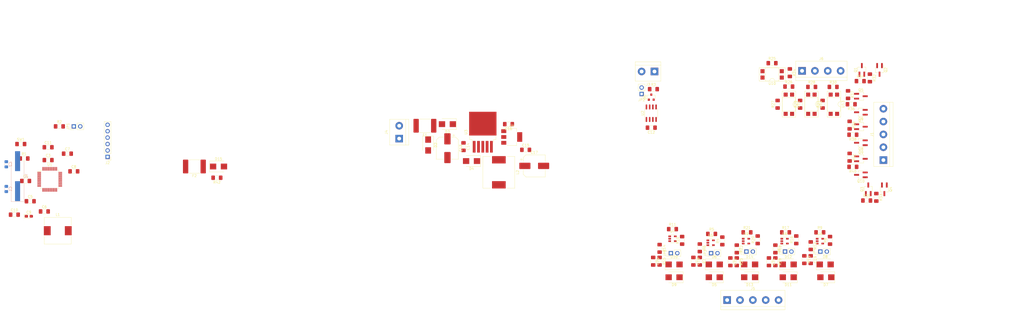
<source format=kicad_pcb>
(kicad_pcb (version 20171130) (host pcbnew "(5.1.6)-1")
  (layers (0 F.Cu signal) (31 B.Cu signal) (34 B.Paste user) (35 F.Paste user) (36 B.SilkS user) (37 F.SilkS user) (38 B.Mask user) (39 F.Mask user) (44 Edge.Cuts user))
  (net 0 "")
  (net 1 GND)
  (net 2 "Net-(C1-Pad1)")
  (net 3 "Net-(C2-Pad2)")
  (net 4 NRST)
  (net 5 "Net-(C4-Pad1)")
  (net 6 +3V3)
  (net 7 +5V)
  (net 8 "Net-(C13-Pad1)")
  (net 9 ADC_3)
  (net 10 ADC_0)
  (net 11 ADC_4)
  (net 12 ADC_1)
  (net 13 ADC_2)
  (net 14 "Net-(D2-Pad1)")
  (net 15 "Net-(D4-Pad1)")
  (net 16 ADC_IN3)
  (net 17 ADC_IN0)
  (net 18 ADC_IN4)
  (net 19 ADC_IN1)
  (net 20 ADC_IN2)
  (net 21 +BATT)
  (net 22 OUT_4)
  (net 23 OUT_3)
  (net 24 OUT_2)
  (net 25 OUT_1)
  (net 26 OUT_0)
  (net 27 SWO)
  (net 28 SWDIO)
  (net 29 SWDCLK)
  (net 30 CAN_L)
  (net 31 CAN_H)
  (net 32 zwora)
  (net 33 "Net-(JP2-Pad2)")
  (net 34 "Net-(JP3-Pad2)")
  (net 35 "Net-(JP4-Pad2)")
  (net 36 "Net-(JP5-Pad2)")
  (net 37 "Net-(JP6-Pad2)")
  (net 38 "Net-(JP7-Pad2)")
  (net 39 "Net-(Q1-Pad2)")
  (net 40 "Net-(Q1-Pad1)")
  (net 41 "Net-(Q3-Pad2)")
  (net 42 "Net-(Q3-Pad1)")
  (net 43 "Net-(Q5-Pad2)")
  (net 44 "Net-(Q5-Pad1)")
  (net 45 "Net-(Q7-Pad2)")
  (net 46 "Net-(Q7-Pad1)")
  (net 47 "Net-(Q10-Pad2)")
  (net 48 "Net-(Q9-Pad1)")
  (net 49 "Net-(R1-Pad1)")
  (net 50 "Net-(R5-Pad2)")
  (net 51 "Net-(R5-Pad1)")
  (net 52 "Net-(R9-Pad2)")
  (net 53 "Net-(R12-Pad1)")
  (net 54 "Net-(R11-Pad2)")
  (net 55 "Net-(R11-Pad1)")
  (net 56 "Net-(R17-Pad2)")
  (net 57 "Net-(R17-Pad1)")
  (net 58 "Net-(R21-Pad2)")
  (net 59 "Net-(R21-Pad1)")
  (net 60 "Net-(R24-Pad2)")
  (net 61 IN_0)
  (net 62 INPUT_0)
  (net 63 "Net-(R26-Pad2)")
  (net 64 IN_1)
  (net 65 INPUT_1)
  (net 66 "Net-(R28-Pad2)")
  (net 67 IN_2)
  (net 68 INPUT_2)
  (net 69 "Net-(R30-Pad2)")
  (net 70 IN_3)
  (net 71 INPUT_3)
  (net 72 OUTPUT_0)
  (net 73 OUTPUT_4)
  (net 74 OUTPUT_1)
  (net 75 OUTPUT_2)
  (net 76 OUTPUT_3)
  (net 77 "Net-(U1-Pad46)")
  (net 78 "Net-(U1-Pad45)")
  (net 79 "Net-(U1-Pad43)")
  (net 80 "Net-(U1-Pad42)")
  (net 81 "Net-(U1-Pad41)")
  (net 82 "Net-(U1-Pad38)")
  (net 83 CAN_TX)
  (net 84 CAN_RX)
  (net 85 "Net-(U1-Pad27)")
  (net 86 "Net-(U1-Pad26)")
  (net 87 "Net-(U1-Pad25)")
  (net 88 "Net-(U1-Pad22)")
  (net 89 "Net-(U1-Pad21)")
  (net 90 "Net-(U1-Pad15)")
  (net 91 "Net-(U1-Pad4)")
  (net 92 "Net-(U1-Pad3)")
  (net 93 "Net-(U1-Pad2)")
  (net 94 "Net-(D15-Pad1)")
  (net 95 +5VD)
  (module Resistor_SMD:R_1206_3216Metric_Pad1.42x1.75mm_HandSolder (layer F.Cu) (at 177.8 83.82 180)
    (fp_text reference R42 (at 0 -1.82) (layer F.SilkS))
    (fp_text value R)
    (pad 2 smd roundrect (at 1.4875 0 180) (size 1.425 1.75) (layers F.Cu F.Paste F.Mask) (roundrect_rratio 0.175439) (net 94 "Net-(D15-Pad1)"))
    (pad 1 smd roundrect (at -1.4875 0 180) (size 1.425 1.75) (layers F.Cu F.Paste F.Mask) (roundrect_rratio 0.175439) (net 95 +5VD))
  )
  (module Fuse:Fuse_2920_7451Metric_Pad2.10x5.45mm_HandSolder (layer F.Cu) (at 168.91 79.375 180)
    (fp_text reference F2 (at 0 -3.68) (layer F.SilkS))
    (fp_text value Fuse)
    (pad 2 smd roundrect (at 3.475 0 180) (size 2.1 5.45) (layers F.Cu F.Paste F.Mask) (roundrect_rratio 0.119048) (net 7 +5V))
    (pad 1 smd roundrect (at -3.475 0 180) (size 2.1 5.45) (layers F.Cu F.Paste F.Mask) (roundrect_rratio 0.119048) (net 94 "Net-(D15-Pad1)"))
  )
  (module Diode_SMD:D_SMB (layer F.Cu) (at 178.435 79.375)
    (fp_text reference D15 (at 0 -3) (layer F.SilkS))
    (fp_text value SM6T6V8A)
    (pad 2 smd rect (at 2.15 0) (size 2.5 2.3) (layers F.Cu F.Paste F.Mask) (net 1 GND))
    (pad 1 smd rect (at -2.15 0) (size 2.5 2.3) (layers F.Cu F.Paste F.Mask) (net 94 "Net-(D15-Pad1)"))
  )
  (module TerminalBlock:TerminalBlock_bornier-4_P5.08mm (layer F.Cu) (at 408.94 41.529)
    (fp_text reference J6 (at 7.6 -4.8) (layer F.SilkS))
    (fp_text value Screw_Terminal_01x04)
    (pad 4 thru_hole circle (at 15.24 0) (size 3 3) (drill 1.52) (layers *.Cu *.Mask) (net 70 IN_3))
    (pad 1 thru_hole rect (at 0 0) (size 3 3) (drill 1.52) (layers *.Cu *.Mask) (net 61 IN_0))
    (pad 3 thru_hole circle (at 10.16 0) (size 3 3) (drill 1.52) (layers *.Cu *.Mask) (net 67 IN_2))
    (pad 2 thru_hole circle (at 5.08 0) (size 3 3) (drill 1.52) (layers *.Cu *.Mask) (net 64 IN_1))
  )
  (module Fuse:Fuse_2920_7451Metric_Pad2.10x5.45mm_HandSolder (layer F.Cu) (at 259.969 63.246 180)
    (fp_text reference F1 (at 0 -3.68) (layer F.SilkS))
    (fp_text value F)
    (pad 2 smd roundrect (at 3.475 0 180) (size 2.1 5.45) (layers F.Cu F.Paste F.Mask) (roundrect_rratio 0.119048) (net 21 +BATT))
    (pad 1 smd roundrect (at -3.475 0 180) (size 2.1 5.45) (layers F.Cu F.Paste F.Mask) (roundrect_rratio 0.119048) (net 14 "Net-(D2-Pad1)"))
  )
  (module TerminalBlock:TerminalBlock_bornier-5_P5.08mm (layer F.Cu) (at 379.349 132.207)
    (fp_text reference J5 (at 10.15 -4.55) (layer F.SilkS))
    (fp_text value Screw_Terminal_01x05)
    (pad 5 thru_hole circle (at 20.32 0) (size 3 3) (drill 1.52) (layers *.Cu *.Mask) (net 17 ADC_IN0))
    (pad 4 thru_hole circle (at 15.24 0) (size 3 3) (drill 1.52) (layers *.Cu *.Mask) (net 19 ADC_IN1))
    (pad 1 thru_hole rect (at 0 0) (size 3 3) (drill 1.52) (layers *.Cu *.Mask) (net 18 ADC_IN4))
    (pad 3 thru_hole circle (at 10.16 0) (size 3 3) (drill 1.52) (layers *.Cu *.Mask) (net 20 ADC_IN2))
    (pad 2 thru_hole circle (at 5.08 0) (size 3 3) (drill 1.52) (layers *.Cu *.Mask) (net 16 ADC_IN3))
  )
  (module TerminalBlock:TerminalBlock_bornier-2_P5.08mm (layer F.Cu) (at 249.809 68.326 90)
    (fp_text reference J4 (at 2.54 -5.08 90) (layer F.SilkS))
    (fp_text value Screw_Terminal_01x02)
    (pad 2 thru_hole circle (at 5.08 0 90) (size 3 3) (drill 1.52) (layers *.Cu *.Mask) (net 21 +BATT))
    (pad 1 thru_hole rect (at 0 0 90) (size 3 3) (drill 1.52) (layers *.Cu *.Mask) (net 1 GND))
  )
  (module TerminalBlock:TerminalBlock_bornier-2_P5.08mm (layer F.Cu) (at 350.647 41.783 180)
    (fp_text reference J3 (at 2.54 -5.08) (layer F.SilkS))
    (fp_text value Screw_Terminal_01x02)
    (pad 2 thru_hole circle (at 5.08 0 180) (size 3 3) (drill 1.52) (layers *.Cu *.Mask) (net 31 CAN_H))
    (pad 1 thru_hole rect (at 0 0 180) (size 3 3) (drill 1.52) (layers *.Cu *.Mask) (net 30 CAN_L))
  )
  (module Connector_PinHeader_2.54mm:PinHeader_1x06_P2.54mm_Vertical (layer F.Cu) (at 134.62 75.565 180)
    (fp_text reference J2 (at 0 -2.33) (layer F.SilkS))
    (fp_text value Conn_01x06_Male)
    (pad 6 thru_hole oval (at 0 12.7 180) (size 1.7 1.7) (drill 1) (layers *.Cu *.Mask) (net 27 SWO))
    (pad 5 thru_hole oval (at 0 10.16 180) (size 1.7 1.7) (drill 1) (layers *.Cu *.Mask) (net 4 NRST))
    (pad 4 thru_hole oval (at 0 7.62 180) (size 1.7 1.7) (drill 1) (layers *.Cu *.Mask) (net 28 SWDIO))
    (pad 3 thru_hole oval (at 0 5.08 180) (size 1.7 1.7) (drill 1) (layers *.Cu *.Mask) (net 1 GND))
    (pad 2 thru_hole oval (at 0 2.54 180) (size 1.7 1.7) (drill 1) (layers *.Cu *.Mask) (net 29 SWDCLK))
    (pad 1 thru_hole rect (at 0 0 180) (size 1.7 1.7) (drill 1) (layers *.Cu *.Mask) (net 6 +3V3))
  )
  (module TerminalBlock:TerminalBlock_bornier-5_P5.08mm (layer F.Cu) (at 441.071 76.835 90)
    (fp_text reference J1 (at 10.15 -4.55 90) (layer F.SilkS))
    (fp_text value Screw_Terminal_01x05)
    (pad 5 thru_hole circle (at 20.32 0 90) (size 3 3) (drill 1.52) (layers *.Cu *.Mask) (net 26 OUT_0))
    (pad 4 thru_hole circle (at 15.24 0 90) (size 3 3) (drill 1.52) (layers *.Cu *.Mask) (net 25 OUT_1))
    (pad 1 thru_hole rect (at 0 0 90) (size 3 3) (drill 1.52) (layers *.Cu *.Mask) (net 22 OUT_4))
    (pad 3 thru_hole circle (at 10.16 0 90) (size 3 3) (drill 1.52) (layers *.Cu *.Mask) (net 24 OUT_2))
    (pad 2 thru_hole circle (at 5.08 0 90) (size 3 3) (drill 1.52) (layers *.Cu *.Mask) (net 23 OUT_3))
  )
  (module Package_DIP:DIP-4_W7.62mm_SMDSocket_SmallPads (layer F.Cu) (at 421.513 54.737 270)
    (fp_text reference U13 (at 0 -3.6 90) (layer F.SilkS))
    (fp_text value EL817)
    (pad 4 smd rect (at 3.81 -1.27 270) (size 1.6 1.6) (layers F.Cu F.Paste F.Mask) (net 6 +3V3))
    (pad 2 smd rect (at -3.81 1.27 270) (size 1.6 1.6) (layers F.Cu F.Paste F.Mask) (net 1 GND))
    (pad 3 smd rect (at 3.81 1.27 270) (size 1.6 1.6) (layers F.Cu F.Paste F.Mask) (net 71 INPUT_3))
    (pad 1 smd rect (at -3.81 -1.27 270) (size 1.6 1.6) (layers F.Cu F.Paste F.Mask) (net 69 "Net-(R30-Pad2)"))
  )
  (module Package_DIP:DIP-4_W7.62mm_SMDSocket_SmallPads (layer F.Cu) (at 412.623 54.737 270)
    (fp_text reference U12 (at 0 -3.6 90) (layer F.SilkS))
    (fp_text value EL817)
    (pad 4 smd rect (at 3.81 -1.27 270) (size 1.6 1.6) (layers F.Cu F.Paste F.Mask) (net 6 +3V3))
    (pad 2 smd rect (at -3.81 1.27 270) (size 1.6 1.6) (layers F.Cu F.Paste F.Mask) (net 1 GND))
    (pad 3 smd rect (at 3.81 1.27 270) (size 1.6 1.6) (layers F.Cu F.Paste F.Mask) (net 68 INPUT_2))
    (pad 1 smd rect (at -3.81 -1.27 270) (size 1.6 1.6) (layers F.Cu F.Paste F.Mask) (net 66 "Net-(R28-Pad2)"))
  )
  (module Package_DIP:DIP-4_W7.62mm_SMDSocket_SmallPads (layer F.Cu) (at 403.733 54.737 270)
    (fp_text reference U11 (at 0 -3.6 90) (layer F.SilkS))
    (fp_text value EL817)
    (pad 4 smd rect (at 3.81 -1.27 270) (size 1.6 1.6) (layers F.Cu F.Paste F.Mask) (net 6 +3V3))
    (pad 2 smd rect (at -3.81 1.27 270) (size 1.6 1.6) (layers F.Cu F.Paste F.Mask) (net 1 GND))
    (pad 3 smd rect (at 3.81 1.27 270) (size 1.6 1.6) (layers F.Cu F.Paste F.Mask) (net 65 INPUT_1))
    (pad 1 smd rect (at -3.81 -1.27 270) (size 1.6 1.6) (layers F.Cu F.Paste F.Mask) (net 63 "Net-(R26-Pad2)"))
  )
  (module Package_DIP:DIP-4_W7.62mm_SMDSocket_SmallPads (layer F.Cu) (at 397.129 42.926 180)
    (fp_text reference U10 (at 0 -3.6) (layer F.SilkS))
    (fp_text value EL817)
    (pad 4 smd rect (at 3.81 -1.27 180) (size 1.6 1.6) (layers F.Cu F.Paste F.Mask) (net 6 +3V3))
    (pad 2 smd rect (at -3.81 1.27 180) (size 1.6 1.6) (layers F.Cu F.Paste F.Mask) (net 1 GND))
    (pad 3 smd rect (at 3.81 1.27 180) (size 1.6 1.6) (layers F.Cu F.Paste F.Mask) (net 62 INPUT_0))
    (pad 1 smd rect (at -3.81 -1.27 180) (size 1.6 1.6) (layers F.Cu F.Paste F.Mask) (net 60 "Net-(R24-Pad2)"))
  )
  (module Connector_PinHeader_2.54mm:PinHeader_1x02_P2.54mm_Vertical (layer F.Cu) (at 386.969 113.03 90)
    (fp_text reference JP7 (at 0 -2.33 90) (layer F.SilkS))
    (fp_text value Jumper_2_Bridged)
    (pad 2 thru_hole oval (at 0 2.54 90) (size 1.7 1.7) (drill 1) (layers *.Cu *.Mask) (net 38 "Net-(JP7-Pad2)"))
    (pad 1 thru_hole rect (at 0 0 90) (size 1.7 1.7) (drill 1) (layers *.Cu *.Mask) (net 20 ADC_IN2))
  )
  (module Connector_PinHeader_2.54mm:PinHeader_1x02_P2.54mm_Vertical (layer F.Cu) (at 402.209 113.03 90)
    (fp_text reference JP6 (at 0 -2.33 90) (layer F.SilkS))
    (fp_text value Jumper_2_Bridged)
    (pad 2 thru_hole oval (at 0 2.54 90) (size 1.7 1.7) (drill 1) (layers *.Cu *.Mask) (net 37 "Net-(JP6-Pad2)"))
    (pad 1 thru_hole rect (at 0 0 90) (size 1.7 1.7) (drill 1) (layers *.Cu *.Mask) (net 19 ADC_IN1))
  )
  (module Connector_PinHeader_2.54mm:PinHeader_1x02_P2.54mm_Vertical (layer F.Cu) (at 357.124 113.665 90)
    (fp_text reference JP5 (at 0 -2.33 90) (layer F.SilkS))
    (fp_text value Jumper_2_Bridged)
    (pad 2 thru_hole oval (at 0 2.54 90) (size 1.7 1.7) (drill 1) (layers *.Cu *.Mask) (net 36 "Net-(JP5-Pad2)"))
    (pad 1 thru_hole rect (at 0 0 90) (size 1.7 1.7) (drill 1) (layers *.Cu *.Mask) (net 18 ADC_IN4))
  )
  (module Connector_PinHeader_2.54mm:PinHeader_1x02_P2.54mm_Vertical (layer F.Cu) (at 416.179 113.03 90)
    (fp_text reference JP4 (at 0 -2.33 90) (layer F.SilkS))
    (fp_text value Jumper_2_Bridged)
    (pad 2 thru_hole oval (at 0 2.54 90) (size 1.7 1.7) (drill 1) (layers *.Cu *.Mask) (net 35 "Net-(JP4-Pad2)"))
    (pad 1 thru_hole rect (at 0 0 90) (size 1.7 1.7) (drill 1) (layers *.Cu *.Mask) (net 17 ADC_IN0))
  )
  (module Connector_PinHeader_2.54mm:PinHeader_1x02_P2.54mm_Vertical (layer F.Cu) (at 372.999 113.665 90)
    (fp_text reference JP3 (at 0 -2.33 90) (layer F.SilkS))
    (fp_text value Jumper_2_Bridged)
    (pad 2 thru_hole oval (at 0 2.54 90) (size 1.7 1.7) (drill 1) (layers *.Cu *.Mask) (net 34 "Net-(JP3-Pad2)"))
    (pad 1 thru_hole rect (at 0 0 90) (size 1.7 1.7) (drill 1) (layers *.Cu *.Mask) (net 16 ADC_IN3))
  )
  (module Connector_PinHeader_2.54mm:PinHeader_1x02_P2.54mm_Vertical (layer F.Cu) (at 345.567 50.673 180)
    (fp_text reference JP2 (at 0 -2.33) (layer F.SilkS))
    (fp_text value Jumper_2_Bridged)
    (pad 2 thru_hole oval (at 0 2.54 180) (size 1.7 1.7) (drill 1) (layers *.Cu *.Mask) (net 33 "Net-(JP2-Pad2)"))
    (pad 1 thru_hole rect (at 0 0 180) (size 1.7 1.7) (drill 1) (layers *.Cu *.Mask) (net 31 CAN_H))
  )
  (module Connector_PinHeader_2.54mm:PinHeader_1x02_P2.54mm_Vertical (layer F.Cu) (at 121.285 63.5 90)
    (fp_text reference JP1 (at 0 -2.33 90) (layer F.SilkS))
    (fp_text value Jumper_2_Bridged)
    (pad 2 thru_hole oval (at 0 2.54 90) (size 1.7 1.7) (drill 1) (layers *.Cu *.Mask) (net 1 GND))
    (pad 1 thru_hole rect (at 0 0 90) (size 1.7 1.7) (drill 1) (layers *.Cu *.Mask) (net 32 zwora))
  )
  (module Package_TO_SOT_SMD:SOT-23 (layer F.Cu) (at 349.377 51.943 90)
    (fp_text reference D1 (at 0 -2.5 90) (layer F.SilkS))
    (fp_text value PESD2CAN,215)
    (pad 3 smd rect (at 1 0 90) (size 0.9 0.8) (layers F.Cu F.Paste F.Mask) (net 1 GND))
    (pad 2 smd rect (at -1 0.95 90) (size 0.9 0.8) (layers F.Cu F.Paste F.Mask) (net 30 CAN_L))
    (pad 1 smd rect (at -1 -0.95 90) (size 0.9 0.8) (layers F.Cu F.Paste F.Mask) (net 31 CAN_H))
  )
  (module Crystal:Crystal_SMD_HC49-SD_HandSoldering (layer B.Cu) (at 99.06 83.185 90)
    (fp_text reference Y1 (at 0 3.55 270) (layer B.SilkS) (effects (justify mirror)))
    (fp_text value 16MHz)
    (pad 2 smd rect (at 5.9375 0 90) (size 7.875 2) (layers B.Cu B.Paste B.Mask) (net 3 "Net-(C2-Pad2)"))
    (pad 1 smd rect (at -5.9375 0 90) (size 7.875 2) (layers B.Cu B.Paste B.Mask) (net 2 "Net-(C1-Pad1)"))
  )
  (module Package_TO_SOT_SMD:SOT-23-5 (layer F.Cu) (at 386.799 108.9)
    (fp_text reference U9 (at 0 -2.9) (layer F.SilkS))
    (fp_text value MCP6001R)
    (pad 5 smd rect (at 1.1 -0.95) (size 1.06 0.65) (layers F.Cu F.Paste F.Mask) (net 1 GND))
    (pad 4 smd rect (at 1.1 0.95) (size 1.06 0.65) (layers F.Cu F.Paste F.Mask) (net 58 "Net-(R21-Pad2)"))
    (pad 3 smd rect (at -1.1 0.95) (size 1.06 0.65) (layers F.Cu F.Paste F.Mask) (net 20 ADC_IN2))
    (pad 2 smd rect (at -1.1 0) (size 1.06 0.65) (layers F.Cu F.Paste F.Mask) (net 7 +5V))
    (pad 1 smd rect (at -1.1 -0.95) (size 1.06 0.65) (layers F.Cu F.Paste F.Mask) (net 59 "Net-(R21-Pad1)"))
  )
  (module Package_TO_SOT_SMD:SOT-23-5 (layer F.Cu) (at 402.039 108.9)
    (fp_text reference U8 (at 0 -2.9) (layer F.SilkS))
    (fp_text value MCP6001R)
    (pad 5 smd rect (at 1.1 -0.95) (size 1.06 0.65) (layers F.Cu F.Paste F.Mask) (net 1 GND))
    (pad 4 smd rect (at 1.1 0.95) (size 1.06 0.65) (layers F.Cu F.Paste F.Mask) (net 56 "Net-(R17-Pad2)"))
    (pad 3 smd rect (at -1.1 0.95) (size 1.06 0.65) (layers F.Cu F.Paste F.Mask) (net 19 ADC_IN1))
    (pad 2 smd rect (at -1.1 0) (size 1.06 0.65) (layers F.Cu F.Paste F.Mask) (net 7 +5V))
    (pad 1 smd rect (at -1.1 -0.95) (size 1.06 0.65) (layers F.Cu F.Paste F.Mask) (net 57 "Net-(R17-Pad1)"))
  )
  (module Package_TO_SOT_SMD:SOT-23-5 (layer F.Cu) (at 357.759 107.95)
    (fp_text reference U7 (at 0 -2.9) (layer F.SilkS))
    (fp_text value MCP6001R)
    (pad 5 smd rect (at 1.1 -0.95) (size 1.06 0.65) (layers F.Cu F.Paste F.Mask) (net 1 GND))
    (pad 4 smd rect (at 1.1 0.95) (size 1.06 0.65) (layers F.Cu F.Paste F.Mask) (net 54 "Net-(R11-Pad2)"))
    (pad 3 smd rect (at -1.1 0.95) (size 1.06 0.65) (layers F.Cu F.Paste F.Mask) (net 18 ADC_IN4))
    (pad 2 smd rect (at -1.1 0) (size 1.06 0.65) (layers F.Cu F.Paste F.Mask) (net 7 +5V))
    (pad 1 smd rect (at -1.1 -0.95) (size 1.06 0.65) (layers F.Cu F.Paste F.Mask) (net 55 "Net-(R11-Pad1)"))
  )
  (module Package_TO_SOT_SMD:SOT-23-5 (layer F.Cu) (at 416.009 108.905)
    (fp_text reference U6 (at 0 -2.9) (layer F.SilkS))
    (fp_text value MCP6001R)
    (pad 5 smd rect (at 1.1 -0.95) (size 1.06 0.65) (layers F.Cu F.Paste F.Mask) (net 1 GND))
    (pad 4 smd rect (at 1.1 0.95) (size 1.06 0.65) (layers F.Cu F.Paste F.Mask) (net 52 "Net-(R9-Pad2)"))
    (pad 3 smd rect (at -1.1 0.95) (size 1.06 0.65) (layers F.Cu F.Paste F.Mask) (net 17 ADC_IN0))
    (pad 2 smd rect (at -1.1 0) (size 1.06 0.65) (layers F.Cu F.Paste F.Mask) (net 7 +5V))
    (pad 1 smd rect (at -1.1 -0.95) (size 1.06 0.65) (layers F.Cu F.Paste F.Mask) (net 53 "Net-(R12-Pad1)"))
  )
  (module Package_TO_SOT_SMD:SOT-23-5 (layer F.Cu) (at 372.829 109.535)
    (fp_text reference U5 (at 0 -2.9) (layer F.SilkS))
    (fp_text value MCP6001R)
    (pad 5 smd rect (at 1.1 -0.95) (size 1.06 0.65) (layers F.Cu F.Paste F.Mask) (net 1 GND))
    (pad 4 smd rect (at 1.1 0.95) (size 1.06 0.65) (layers F.Cu F.Paste F.Mask) (net 50 "Net-(R5-Pad2)"))
    (pad 3 smd rect (at -1.1 0.95) (size 1.06 0.65) (layers F.Cu F.Paste F.Mask) (net 16 ADC_IN3))
    (pad 2 smd rect (at -1.1 0) (size 1.06 0.65) (layers F.Cu F.Paste F.Mask) (net 7 +5V))
    (pad 1 smd rect (at -1.1 -0.95) (size 1.06 0.65) (layers F.Cu F.Paste F.Mask) (net 51 "Net-(R5-Pad1)"))
  )
  (module Package_TO_SOT_SMD:SOT-223-3_TabPin2 (layer F.Cu) (at 294.259 67.691)
    (fp_text reference U4 (at 0 -4.5) (layer F.SilkS))
    (fp_text value LD1117S33TR_SOT223)
    (pad 1 smd rect (at -3.15 -2.3) (size 2 1.5) (layers F.Cu F.Paste F.Mask) (net 1 GND))
    (pad 3 smd rect (at -3.15 2.3) (size 2 1.5) (layers F.Cu F.Paste F.Mask) (net 7 +5V))
    (pad 2 smd rect (at -3.15 0) (size 2 1.5) (layers F.Cu F.Paste F.Mask) (net 6 +3V3))
    (pad 2 smd rect (at 3.15 0) (size 2 3.8) (layers F.Cu F.Paste F.Mask) (net 6 +3V3))
  )
  (module Package_TO_SOT_SMD:TO-263-5_TabPin3 (layer F.Cu) (at 282.829 65.786 90)
    (fp_text reference U3 (at 0 -6.65 90) (layer F.SilkS))
    (fp_text value LM2596S-5)
    (pad 3 smd rect (at 3.375 0 90) (size 9.4 10.8) (layers F.Cu F.Mask) (net 1 GND))
    (pad 5 smd rect (at -5.775 3.4 90) (size 4.6 1.1) (layers F.Cu F.Paste F.Mask) (net 1 GND))
    (pad 4 smd rect (at -5.775 1.7 90) (size 4.6 1.1) (layers F.Cu F.Paste F.Mask) (net 7 +5V))
    (pad 3 smd rect (at -5.775 0 90) (size 4.6 1.1) (layers F.Cu F.Paste F.Mask) (net 1 GND))
    (pad 2 smd rect (at -5.775 -1.7 90) (size 4.6 1.1) (layers F.Cu F.Paste F.Mask) (net 15 "Net-(D4-Pad1)"))
    (pad 1 smd rect (at -5.775 -3.4 90) (size 4.6 1.1) (layers F.Cu F.Paste F.Mask) (net 8 "Net-(C13-Pad1)"))
  )
  (module Package_SO:SOIC-8_3.9x4.9mm_P1.27mm (layer F.Cu) (at 349.377 58.293 90)
    (fp_text reference U2 (at 0 -3.4 90) (layer F.SilkS))
    (fp_text value MCP2562-H-SN)
    (pad 8 smd roundrect (at 2.475 -1.905 90) (size 1.95 0.6) (layers F.Cu F.Paste F.Mask) (net 1 GND))
    (pad 7 smd roundrect (at 2.475 -0.635 90) (size 1.95 0.6) (layers F.Cu F.Paste F.Mask) (net 31 CAN_H))
    (pad 6 smd roundrect (at 2.475 0.635 90) (size 1.95 0.6) (layers F.Cu F.Paste F.Mask) (net 30 CAN_L))
    (pad 5 smd roundrect (at 2.475 1.905 90) (size 1.95 0.6) (layers F.Cu F.Paste F.Mask) (net 6 +3V3))
    (pad 4 smd roundrect (at -2.475 1.905 90) (size 1.95 0.6) (layers F.Cu F.Paste F.Mask) (net 84 CAN_RX))
    (pad 3 smd roundrect (at -2.475 0.635 90) (size 1.95 0.6) (layers F.Cu F.Paste F.Mask) (net 7 +5V))
    (pad 2 smd roundrect (at -2.475 -0.635 90) (size 1.95 0.6) (layers F.Cu F.Paste F.Mask) (net 1 GND))
    (pad 1 smd roundrect (at -2.475 -1.905 90) (size 1.95 0.6) (layers F.Cu F.Paste F.Mask) (net 83 CAN_TX))
  )
  (module Package_QFP:LQFP-48_7x7mm_P0.5mm (layer F.Cu) (at 111.76 84.455)
    (fp_text reference U1 (at 0 -5.85) (layer F.SilkS))
    (fp_text value STM32F103C8Tx)
    (pad 48 smd roundrect (at -2.75 -4.1625) (size 0.3 1.475) (layers F.Cu F.Paste F.Mask) (net 6 +3V3))
    (pad 47 smd roundrect (at -2.25 -4.1625) (size 0.3 1.475) (layers F.Cu F.Paste F.Mask) (net 1 GND))
    (pad 46 smd roundrect (at -1.75 -4.1625) (size 0.3 1.475) (layers F.Cu F.Paste F.Mask) (net 77 "Net-(U1-Pad46)"))
    (pad 45 smd roundrect (at -1.25 -4.1625) (size 0.3 1.475) (layers F.Cu F.Paste F.Mask) (net 78 "Net-(U1-Pad45)"))
    (pad 44 smd roundrect (at -0.75 -4.1625) (size 0.3 1.475) (layers F.Cu F.Paste F.Mask) (net 49 "Net-(R1-Pad1)"))
    (pad 43 smd roundrect (at -0.25 -4.1625) (size 0.3 1.475) (layers F.Cu F.Paste F.Mask) (net 79 "Net-(U1-Pad43)"))
    (pad 42 smd roundrect (at 0.25 -4.1625) (size 0.3 1.475) (layers F.Cu F.Paste F.Mask) (net 80 "Net-(U1-Pad42)"))
    (pad 41 smd roundrect (at 0.75 -4.1625) (size 0.3 1.475) (layers F.Cu F.Paste F.Mask) (net 81 "Net-(U1-Pad41)"))
    (pad 40 smd roundrect (at 1.25 -4.1625) (size 0.3 1.475) (layers F.Cu F.Paste F.Mask) (net 71 INPUT_3))
    (pad 39 smd roundrect (at 1.75 -4.1625) (size 0.3 1.475) (layers F.Cu F.Paste F.Mask) (net 27 SWO))
    (pad 38 smd roundrect (at 2.25 -4.1625) (size 0.3 1.475) (layers F.Cu F.Paste F.Mask) (net 82 "Net-(U1-Pad38)"))
    (pad 37 smd roundrect (at 2.75 -4.1625) (size 0.3 1.475) (layers F.Cu F.Paste F.Mask) (net 29 SWDCLK))
    (pad 36 smd roundrect (at 4.1625 -2.75) (size 1.475 0.3) (layers F.Cu F.Paste F.Mask) (net 6 +3V3))
    (pad 35 smd roundrect (at 4.1625 -2.25) (size 1.475 0.3) (layers F.Cu F.Paste F.Mask) (net 1 GND))
    (pad 34 smd roundrect (at 4.1625 -1.75) (size 1.475 0.3) (layers F.Cu F.Paste F.Mask) (net 28 SWDIO))
    (pad 33 smd roundrect (at 4.1625 -1.25) (size 1.475 0.3) (layers F.Cu F.Paste F.Mask) (net 83 CAN_TX))
    (pad 32 smd roundrect (at 4.1625 -0.75) (size 1.475 0.3) (layers F.Cu F.Paste F.Mask) (net 84 CAN_RX))
    (pad 31 smd roundrect (at 4.1625 -0.25) (size 1.475 0.3) (layers F.Cu F.Paste F.Mask) (net 73 OUTPUT_4))
    (pad 30 smd roundrect (at 4.1625 0.25) (size 1.475 0.3) (layers F.Cu F.Paste F.Mask) (net 76 OUTPUT_3))
    (pad 29 smd roundrect (at 4.1625 0.75) (size 1.475 0.3) (layers F.Cu F.Paste F.Mask) (net 75 OUTPUT_2))
    (pad 28 smd roundrect (at 4.1625 1.25) (size 1.475 0.3) (layers F.Cu F.Paste F.Mask) (net 32 zwora))
    (pad 27 smd roundrect (at 4.1625 1.75) (size 1.475 0.3) (layers F.Cu F.Paste F.Mask) (net 85 "Net-(U1-Pad27)"))
    (pad 26 smd roundrect (at 4.1625 2.25) (size 1.475 0.3) (layers F.Cu F.Paste F.Mask) (net 86 "Net-(U1-Pad26)"))
    (pad 25 smd roundrect (at 4.1625 2.75) (size 1.475 0.3) (layers F.Cu F.Paste F.Mask) (net 87 "Net-(U1-Pad25)"))
    (pad 24 smd roundrect (at 2.75 4.1625) (size 0.3 1.475) (layers F.Cu F.Paste F.Mask) (net 6 +3V3))
    (pad 23 smd roundrect (at 2.25 4.1625) (size 0.3 1.475) (layers F.Cu F.Paste F.Mask) (net 1 GND))
    (pad 22 smd roundrect (at 1.75 4.1625) (size 0.3 1.475) (layers F.Cu F.Paste F.Mask) (net 88 "Net-(U1-Pad22)"))
    (pad 21 smd roundrect (at 1.25 4.1625) (size 0.3 1.475) (layers F.Cu F.Paste F.Mask) (net 89 "Net-(U1-Pad21)"))
    (pad 20 smd roundrect (at 0.75 4.1625) (size 0.3 1.475) (layers F.Cu F.Paste F.Mask) (net 68 INPUT_2))
    (pad 19 smd roundrect (at 0.25 4.1625) (size 0.3 1.475) (layers F.Cu F.Paste F.Mask) (net 65 INPUT_1))
    (pad 18 smd roundrect (at -0.25 4.1625) (size 0.3 1.475) (layers F.Cu F.Paste F.Mask) (net 62 INPUT_0))
    (pad 17 smd roundrect (at -0.75 4.1625) (size 0.3 1.475) (layers F.Cu F.Paste F.Mask) (net 74 OUTPUT_1))
    (pad 16 smd roundrect (at -1.25 4.1625) (size 0.3 1.475) (layers F.Cu F.Paste F.Mask) (net 72 OUTPUT_0))
    (pad 15 smd roundrect (at -1.75 4.1625) (size 0.3 1.475) (layers F.Cu F.Paste F.Mask) (net 90 "Net-(U1-Pad15)"))
    (pad 14 smd roundrect (at -2.25 4.1625) (size 0.3 1.475) (layers F.Cu F.Paste F.Mask) (net 11 ADC_4))
    (pad 13 smd roundrect (at -2.75 4.1625) (size 0.3 1.475) (layers F.Cu F.Paste F.Mask) (net 9 ADC_3))
    (pad 12 smd roundrect (at -4.1625 2.75) (size 1.475 0.3) (layers F.Cu F.Paste F.Mask) (net 13 ADC_2))
    (pad 11 smd roundrect (at -4.1625 2.25) (size 1.475 0.3) (layers F.Cu F.Paste F.Mask) (net 12 ADC_1))
    (pad 10 smd roundrect (at -4.1625 1.75) (size 1.475 0.3) (layers F.Cu F.Paste F.Mask) (net 10 ADC_0))
    (pad 9 smd roundrect (at -4.1625 1.25) (size 1.475 0.3) (layers F.Cu F.Paste F.Mask) (net 5 "Net-(C4-Pad1)"))
    (pad 8 smd roundrect (at -4.1625 0.75) (size 1.475 0.3) (layers F.Cu F.Paste F.Mask) (net 1 GND))
    (pad 7 smd roundrect (at -4.1625 0.25) (size 1.475 0.3) (layers F.Cu F.Paste F.Mask) (net 4 NRST))
    (pad 6 smd roundrect (at -4.1625 -0.25) (size 1.475 0.3) (layers F.Cu F.Paste F.Mask) (net 3 "Net-(C2-Pad2)"))
    (pad 5 smd roundrect (at -4.1625 -0.75) (size 1.475 0.3) (layers F.Cu F.Paste F.Mask) (net 2 "Net-(C1-Pad1)"))
    (pad 4 smd roundrect (at -4.1625 -1.25) (size 1.475 0.3) (layers F.Cu F.Paste F.Mask) (net 91 "Net-(U1-Pad4)"))
    (pad 3 smd roundrect (at -4.1625 -1.75) (size 1.475 0.3) (layers F.Cu F.Paste F.Mask) (net 92 "Net-(U1-Pad3)"))
    (pad 2 smd roundrect (at -4.1625 -2.25) (size 1.475 0.3) (layers F.Cu F.Paste F.Mask) (net 93 "Net-(U1-Pad2)"))
    (pad 1 smd roundrect (at -4.1625 -2.75) (size 1.475 0.3) (layers F.Cu F.Paste F.Mask) (net 6 +3V3))
  )
  (module Resistor_SMD:R_1206_3216Metric_Pad1.42x1.75mm_HandSolder (layer F.Cu) (at 100.33 70.485)
    (fp_text reference SW1 (at 0 -1.82) (layer F.SilkS))
    (fp_text value SW_Push)
    (pad 2 smd roundrect (at 1.4875 0) (size 1.425 1.75) (layers F.Cu F.Paste F.Mask) (roundrect_rratio 0.175439) (net 4 NRST))
    (pad 1 smd roundrect (at -1.4875 0) (size 1.425 1.75) (layers F.Cu F.Paste F.Mask) (roundrect_rratio 0.175439) (net 1 GND))
  )
  (module Resistor_SMD:R_1206_3216Metric_Pad1.42x1.75mm_HandSolder (layer F.Cu) (at 427.736 75.692 270)
    (fp_text reference R41 (at 0 -1.82 90) (layer F.SilkS))
    (fp_text value R)
    (pad 2 smd roundrect (at 1.4875 0 270) (size 1.425 1.75) (layers F.Cu F.Paste F.Mask) (roundrect_rratio 0.175439) (net 48 "Net-(Q9-Pad1)"))
    (pad 1 smd roundrect (at -1.4875 0 270) (size 1.425 1.75) (layers F.Cu F.Paste F.Mask) (roundrect_rratio 0.175439) (net 95 +5VD))
  )
  (module Resistor_SMD:R_1206_3216Metric_Pad1.42x1.75mm_HandSolder (layer F.Cu) (at 429.006 79.502 180)
    (fp_text reference R40 (at 0 -1.82) (layer F.SilkS))
    (fp_text value R)
    (pad 2 smd roundrect (at 1.4875 0 180) (size 1.425 1.75) (layers F.Cu F.Paste F.Mask) (roundrect_rratio 0.175439) (net 76 OUTPUT_3))
    (pad 1 smd roundrect (at -1.4875 0 180) (size 1.425 1.75) (layers F.Cu F.Paste F.Mask) (roundrect_rratio 0.175439) (net 47 "Net-(Q10-Pad2)"))
  )
  (module Resistor_SMD:R_1206_3216Metric_Pad1.42x1.75mm_HandSolder (layer F.Cu) (at 427.736 62.992 270)
    (fp_text reference R39 (at 0 -1.82 90) (layer F.SilkS))
    (fp_text value R)
    (pad 2 smd roundrect (at 1.4875 0 270) (size 1.425 1.75) (layers F.Cu F.Paste F.Mask) (roundrect_rratio 0.175439) (net 46 "Net-(Q7-Pad1)"))
    (pad 1 smd roundrect (at -1.4875 0 270) (size 1.425 1.75) (layers F.Cu F.Paste F.Mask) (roundrect_rratio 0.175439) (net 95 +5VD))
  )
  (module Resistor_SMD:R_1206_3216Metric_Pad1.42x1.75mm_HandSolder (layer F.Cu) (at 429.006 66.802 180)
    (fp_text reference R38 (at 0 -1.82) (layer F.SilkS))
    (fp_text value R)
    (pad 2 smd roundrect (at 1.4875 0 180) (size 1.425 1.75) (layers F.Cu F.Paste F.Mask) (roundrect_rratio 0.175439) (net 75 OUTPUT_2))
    (pad 1 smd roundrect (at -1.4875 0 180) (size 1.425 1.75) (layers F.Cu F.Paste F.Mask) (roundrect_rratio 0.175439) (net 45 "Net-(Q7-Pad2)"))
  )
  (module Resistor_SMD:R_1206_3216Metric_Pad1.42x1.75mm_HandSolder (layer F.Cu) (at 427.101 50.927 270)
    (fp_text reference R37 (at 0 -1.82 90) (layer F.SilkS))
    (fp_text value R)
    (pad 2 smd roundrect (at 1.4875 0 270) (size 1.425 1.75) (layers F.Cu F.Paste F.Mask) (roundrect_rratio 0.175439) (net 44 "Net-(Q5-Pad1)"))
    (pad 1 smd roundrect (at -1.4875 0 270) (size 1.425 1.75) (layers F.Cu F.Paste F.Mask) (roundrect_rratio 0.175439) (net 95 +5VD))
  )
  (module Resistor_SMD:R_1206_3216Metric_Pad1.42x1.75mm_HandSolder (layer F.Cu) (at 428.371 54.737 180)
    (fp_text reference R36 (at 0 -1.82) (layer F.SilkS))
    (fp_text value R)
    (pad 2 smd roundrect (at 1.4875 0 180) (size 1.425 1.75) (layers F.Cu F.Paste F.Mask) (roundrect_rratio 0.175439) (net 74 OUTPUT_1))
    (pad 1 smd roundrect (at -1.4875 0 180) (size 1.425 1.75) (layers F.Cu F.Paste F.Mask) (roundrect_rratio 0.175439) (net 43 "Net-(Q5-Pad2)"))
  )
  (module Resistor_SMD:R_1206_3216Metric_Pad1.42x1.75mm_HandSolder (layer F.Cu) (at 434.467 92.837)
    (fp_text reference R35 (at 0 -1.82) (layer F.SilkS))
    (fp_text value R)
    (pad 2 smd roundrect (at 1.4875 0) (size 1.425 1.75) (layers F.Cu F.Paste F.Mask) (roundrect_rratio 0.175439) (net 42 "Net-(Q3-Pad1)"))
    (pad 1 smd roundrect (at -1.4875 0) (size 1.425 1.75) (layers F.Cu F.Paste F.Mask) (roundrect_rratio 0.175439) (net 95 +5VD))
  )
  (module Resistor_SMD:R_1206_3216Metric_Pad1.42x1.75mm_HandSolder (layer F.Cu) (at 431.927 45.593)
    (fp_text reference R34 (at 0 -1.82) (layer F.SilkS))
    (fp_text value R)
    (pad 2 smd roundrect (at 1.4875 0) (size 1.425 1.75) (layers F.Cu F.Paste F.Mask) (roundrect_rratio 0.175439) (net 40 "Net-(Q1-Pad1)"))
    (pad 1 smd roundrect (at -1.4875 0) (size 1.425 1.75) (layers F.Cu F.Paste F.Mask) (roundrect_rratio 0.175439) (net 95 +5VD))
  )
  (module Resistor_SMD:R_1206_3216Metric_Pad1.42x1.75mm_HandSolder (layer F.Cu) (at 438.277 91.567 270)
    (fp_text reference R33 (at 0 -1.82 90) (layer F.SilkS))
    (fp_text value R)
    (pad 2 smd roundrect (at 1.4875 0 270) (size 1.425 1.75) (layers F.Cu F.Paste F.Mask) (roundrect_rratio 0.175439) (net 73 OUTPUT_4))
    (pad 1 smd roundrect (at -1.4875 0 270) (size 1.425 1.75) (layers F.Cu F.Paste F.Mask) (roundrect_rratio 0.175439) (net 41 "Net-(Q3-Pad2)"))
  )
  (module Resistor_SMD:R_1206_3216Metric_Pad1.42x1.75mm_HandSolder (layer F.Cu) (at 435.737 44.323 270)
    (fp_text reference R32 (at 0 -1.82 90) (layer F.SilkS))
    (fp_text value R)
    (pad 2 smd roundrect (at 1.4875 0 270) (size 1.425 1.75) (layers F.Cu F.Paste F.Mask) (roundrect_rratio 0.175439) (net 72 OUTPUT_0))
    (pad 1 smd roundrect (at -1.4875 0 270) (size 1.425 1.75) (layers F.Cu F.Paste F.Mask) (roundrect_rratio 0.175439) (net 39 "Net-(Q1-Pad2)"))
  )
  (module Resistor_SMD:R_1206_3216Metric_Pad1.42x1.75mm_HandSolder (layer F.Cu) (at 417.068 54.737 90)
    (fp_text reference R31 (at 0 -1.82 90) (layer F.SilkS))
    (fp_text value R)
    (pad 2 smd roundrect (at 1.4875 0 90) (size 1.425 1.75) (layers F.Cu F.Paste F.Mask) (roundrect_rratio 0.175439) (net 1 GND))
    (pad 1 smd roundrect (at -1.4875 0 90) (size 1.425 1.75) (layers F.Cu F.Paste F.Mask) (roundrect_rratio 0.175439) (net 71 INPUT_3))
  )
  (module Resistor_SMD:R_1206_3216Metric_Pad1.42x1.75mm_HandSolder (layer F.Cu) (at 421.2225 47.879)
    (fp_text reference R30 (at 0 -1.82) (layer F.SilkS))
    (fp_text value R)
    (pad 2 smd roundrect (at 1.4875 0) (size 1.425 1.75) (layers F.Cu F.Paste F.Mask) (roundrect_rratio 0.175439) (net 69 "Net-(R30-Pad2)"))
    (pad 1 smd roundrect (at -1.4875 0) (size 1.425 1.75) (layers F.Cu F.Paste F.Mask) (roundrect_rratio 0.175439) (net 70 IN_3))
  )
  (module Resistor_SMD:R_1206_3216Metric_Pad1.42x1.75mm_HandSolder (layer F.Cu) (at 408.178 54.737 90)
    (fp_text reference R29 (at 0 -1.82 90) (layer F.SilkS))
    (fp_text value R)
    (pad 2 smd roundrect (at 1.4875 0 90) (size 1.425 1.75) (layers F.Cu F.Paste F.Mask) (roundrect_rratio 0.175439) (net 1 GND))
    (pad 1 smd roundrect (at -1.4875 0 90) (size 1.425 1.75) (layers F.Cu F.Paste F.Mask) (roundrect_rratio 0.175439) (net 68 INPUT_2))
  )
  (module Resistor_SMD:R_1206_3216Metric_Pad1.42x1.75mm_HandSolder (layer F.Cu) (at 412.75 47.879)
    (fp_text reference R28 (at 0 -1.82) (layer F.SilkS))
    (fp_text value R)
    (pad 2 smd roundrect (at 1.4875 0) (size 1.425 1.75) (layers F.Cu F.Paste F.Mask) (roundrect_rratio 0.175439) (net 66 "Net-(R28-Pad2)"))
    (pad 1 smd roundrect (at -1.4875 0) (size 1.425 1.75) (layers F.Cu F.Paste F.Mask) (roundrect_rratio 0.175439) (net 67 IN_2))
  )
  (module Resistor_SMD:R_1206_3216Metric_Pad1.42x1.75mm_HandSolder (layer F.Cu) (at 399.288 54.737 90)
    (fp_text reference R27 (at 0 -1.82 90) (layer F.SilkS))
    (fp_text value R)
    (pad 2 smd roundrect (at 1.4875 0 90) (size 1.425 1.75) (layers F.Cu F.Paste F.Mask) (roundrect_rratio 0.175439) (net 1 GND))
    (pad 1 smd roundrect (at -1.4875 0 90) (size 1.425 1.75) (layers F.Cu F.Paste F.Mask) (roundrect_rratio 0.175439) (net 65 INPUT_1))
  )
  (module Resistor_SMD:R_1206_3216Metric_Pad1.42x1.75mm_HandSolder (layer F.Cu) (at 403.6965 47.752)
    (fp_text reference R26 (at 0 -1.82) (layer F.SilkS))
    (fp_text value R)
    (pad 2 smd roundrect (at 1.4875 0) (size 1.425 1.75) (layers F.Cu F.Paste F.Mask) (roundrect_rratio 0.175439) (net 63 "Net-(R26-Pad2)"))
    (pad 1 smd roundrect (at -1.4875 0) (size 1.425 1.75) (layers F.Cu F.Paste F.Mask) (roundrect_rratio 0.175439) (net 64 IN_1))
  )
  (module Resistor_SMD:R_1206_3216Metric_Pad1.42x1.75mm_HandSolder (layer F.Cu) (at 397.0925 38.481)
    (fp_text reference R25 (at 0 -1.82) (layer F.SilkS))
    (fp_text value R)
    (pad 2 smd roundrect (at 1.4875 0) (size 1.425 1.75) (layers F.Cu F.Paste F.Mask) (roundrect_rratio 0.175439) (net 1 GND))
    (pad 1 smd roundrect (at -1.4875 0) (size 1.425 1.75) (layers F.Cu F.Paste F.Mask) (roundrect_rratio 0.175439) (net 62 INPUT_0))
  )
  (module Resistor_SMD:R_1206_3216Metric_Pad1.42x1.75mm_HandSolder (layer F.Cu) (at 404.114 42.2545 270)
    (fp_text reference R24 (at 0 -1.82 90) (layer F.SilkS))
    (fp_text value R)
    (pad 2 smd roundrect (at 1.4875 0 270) (size 1.425 1.75) (layers F.Cu F.Paste F.Mask) (roundrect_rratio 0.175439) (net 60 "Net-(R24-Pad2)"))
    (pad 1 smd roundrect (at -1.4875 0 270) (size 1.425 1.75) (layers F.Cu F.Paste F.Mask) (roundrect_rratio 0.175439) (net 61 IN_0))
  )
  (module Resistor_SMD:R_1206_3216Metric_Pad1.42x1.75mm_HandSolder (layer F.Cu) (at 383.159 117.0575 270)
    (fp_text reference R23 (at 0 -1.82 90) (layer F.SilkS))
    (fp_text value R)
    (pad 2 smd roundrect (at 1.4875 0 270) (size 1.425 1.75) (layers F.Cu F.Paste F.Mask) (roundrect_rratio 0.175439) (net 1 GND))
    (pad 1 smd roundrect (at -1.4875 0 270) (size 1.425 1.75) (layers F.Cu F.Paste F.Mask) (roundrect_rratio 0.175439) (net 13 ADC_2))
  )
  (module Resistor_SMD:R_1206_3216Metric_Pad1.42x1.75mm_HandSolder (layer F.Cu) (at 383.159 111.9775 270)
    (fp_text reference R22 (at 0 -1.82 90) (layer F.SilkS))
    (fp_text value R)
    (pad 2 smd roundrect (at 1.4875 0 270) (size 1.425 1.75) (layers F.Cu F.Paste F.Mask) (roundrect_rratio 0.175439) (net 13 ADC_2))
    (pad 1 smd roundrect (at -1.4875 0 270) (size 1.425 1.75) (layers F.Cu F.Paste F.Mask) (roundrect_rratio 0.175439) (net 59 "Net-(R21-Pad1)"))
  )
  (module Resistor_SMD:R_1206_3216Metric_Pad1.42x1.75mm_HandSolder (layer F.Cu) (at 387.1865 105.41)
    (fp_text reference R21 (at 0 -1.82) (layer F.SilkS))
    (fp_text value R)
    (pad 2 smd roundrect (at 1.4875 0) (size 1.425 1.75) (layers F.Cu F.Paste F.Mask) (roundrect_rratio 0.175439) (net 58 "Net-(R21-Pad2)"))
    (pad 1 smd roundrect (at -1.4875 0) (size 1.425 1.75) (layers F.Cu F.Paste F.Mask) (roundrect_rratio 0.175439) (net 59 "Net-(R21-Pad1)"))
  )
  (module Resistor_SMD:R_1206_3216Metric_Pad1.42x1.75mm_HandSolder (layer F.Cu) (at 391.414 108.3675 90)
    (fp_text reference R20 (at 0 -1.82 90) (layer F.SilkS))
    (fp_text value "10k Ohm")
    (pad 2 smd roundrect (at 1.4875 0 90) (size 1.425 1.75) (layers F.Cu F.Paste F.Mask) (roundrect_rratio 0.175439) (net 1 GND))
    (pad 1 smd roundrect (at -1.4875 0 90) (size 1.425 1.75) (layers F.Cu F.Paste F.Mask) (roundrect_rratio 0.175439) (net 38 "Net-(JP7-Pad2)"))
  )
  (module Resistor_SMD:R_1206_3216Metric_Pad1.42x1.75mm_HandSolder (layer F.Cu) (at 398.399 117.0575 270)
    (fp_text reference R19 (at 0 -1.82 90) (layer F.SilkS))
    (fp_text value R)
    (pad 2 smd roundrect (at 1.4875 0 270) (size 1.425 1.75) (layers F.Cu F.Paste F.Mask) (roundrect_rratio 0.175439) (net 1 GND))
    (pad 1 smd roundrect (at -1.4875 0 270) (size 1.425 1.75) (layers F.Cu F.Paste F.Mask) (roundrect_rratio 0.175439) (net 12 ADC_1))
  )
  (module Resistor_SMD:R_1206_3216Metric_Pad1.42x1.75mm_HandSolder (layer F.Cu) (at 398.399 111.9775 270)
    (fp_text reference R18 (at 0 -1.82 90) (layer F.SilkS))
    (fp_text value R)
    (pad 2 smd roundrect (at 1.4875 0 270) (size 1.425 1.75) (layers F.Cu F.Paste F.Mask) (roundrect_rratio 0.175439) (net 12 ADC_1))
    (pad 1 smd roundrect (at -1.4875 0 270) (size 1.425 1.75) (layers F.Cu F.Paste F.Mask) (roundrect_rratio 0.175439) (net 57 "Net-(R17-Pad1)"))
  )
  (module Resistor_SMD:R_1206_3216Metric_Pad1.42x1.75mm_HandSolder (layer F.Cu) (at 402.4265 105.41)
    (fp_text reference R17 (at 0 -1.82) (layer F.SilkS))
    (fp_text value R)
    (pad 2 smd roundrect (at 1.4875 0) (size 1.425 1.75) (layers F.Cu F.Paste F.Mask) (roundrect_rratio 0.175439) (net 56 "Net-(R17-Pad2)"))
    (pad 1 smd roundrect (at -1.4875 0) (size 1.425 1.75) (layers F.Cu F.Paste F.Mask) (roundrect_rratio 0.175439) (net 57 "Net-(R17-Pad1)"))
  )
  (module Resistor_SMD:R_1206_3216Metric_Pad1.42x1.75mm_HandSolder (layer F.Cu) (at 406.654 108.3675 90)
    (fp_text reference R16 (at 0 -1.82 90) (layer F.SilkS))
    (fp_text value "10k Ohm")
    (pad 2 smd roundrect (at 1.4875 0 90) (size 1.425 1.75) (layers F.Cu F.Paste F.Mask) (roundrect_rratio 0.175439) (net 1 GND))
    (pad 1 smd roundrect (at -1.4875 0 90) (size 1.425 1.75) (layers F.Cu F.Paste F.Mask) (roundrect_rratio 0.175439) (net 37 "Net-(JP6-Pad2)"))
  )
  (module Resistor_SMD:R_1206_3216Metric_Pad1.42x1.75mm_HandSolder (layer F.Cu) (at 352.679 116.84 270)
    (fp_text reference R15 (at 0 -1.82 90) (layer F.SilkS))
    (fp_text value R)
    (pad 2 smd roundrect (at 1.4875 0 270) (size 1.425 1.75) (layers F.Cu F.Paste F.Mask) (roundrect_rratio 0.175439) (net 1 GND))
    (pad 1 smd roundrect (at -1.4875 0 270) (size 1.425 1.75) (layers F.Cu F.Paste F.Mask) (roundrect_rratio 0.175439) (net 11 ADC_4))
  )
  (module Resistor_SMD:R_1206_3216Metric_Pad1.42x1.75mm_HandSolder (layer F.Cu) (at 352.679 111.76 270)
    (fp_text reference R14 (at 0 -1.82 90) (layer F.SilkS))
    (fp_text value R)
    (pad 2 smd roundrect (at 1.4875 0 270) (size 1.425 1.75) (layers F.Cu F.Paste F.Mask) (roundrect_rratio 0.175439) (net 11 ADC_4))
    (pad 1 smd roundrect (at -1.4875 0 270) (size 1.425 1.75) (layers F.Cu F.Paste F.Mask) (roundrect_rratio 0.175439) (net 55 "Net-(R11-Pad1)"))
  )
  (module Resistor_SMD:R_1206_3216Metric_Pad1.42x1.75mm_HandSolder (layer F.Cu) (at 409.829 116.205 270)
    (fp_text reference R13 (at 0 -1.82 90) (layer F.SilkS))
    (fp_text value R)
    (pad 2 smd roundrect (at 1.4875 0 270) (size 1.425 1.75) (layers F.Cu F.Paste F.Mask) (roundrect_rratio 0.175439) (net 1 GND))
    (pad 1 smd roundrect (at -1.4875 0 270) (size 1.425 1.75) (layers F.Cu F.Paste F.Mask) (roundrect_rratio 0.175439) (net 10 ADC_0))
  )
  (module Resistor_SMD:R_1206_3216Metric_Pad1.42x1.75mm_HandSolder (layer F.Cu) (at 412.369 110.7075 270)
    (fp_text reference R12 (at 0 -1.82 90) (layer F.SilkS))
    (fp_text value R)
    (pad 2 smd roundrect (at 1.4875 0 270) (size 1.425 1.75) (layers F.Cu F.Paste F.Mask) (roundrect_rratio 0.175439) (net 10 ADC_0))
    (pad 1 smd roundrect (at -1.4875 0 270) (size 1.425 1.75) (layers F.Cu F.Paste F.Mask) (roundrect_rratio 0.175439) (net 53 "Net-(R12-Pad1)"))
  )
  (module Resistor_SMD:R_1206_3216Metric_Pad1.42x1.75mm_HandSolder (layer F.Cu) (at 357.759 104.14)
    (fp_text reference R11 (at 0 -1.82) (layer F.SilkS))
    (fp_text value R)
    (pad 2 smd roundrect (at 1.4875 0) (size 1.425 1.75) (layers F.Cu F.Paste F.Mask) (roundrect_rratio 0.175439) (net 54 "Net-(R11-Pad2)"))
    (pad 1 smd roundrect (at -1.4875 0) (size 1.425 1.75) (layers F.Cu F.Paste F.Mask) (roundrect_rratio 0.175439) (net 55 "Net-(R11-Pad1)"))
  )
  (module Resistor_SMD:R_1206_3216Metric_Pad1.42x1.75mm_HandSolder (layer F.Cu) (at 361.569 108.585 90)
    (fp_text reference R10 (at 0 -1.82 90) (layer F.SilkS))
    (fp_text value "10k Ohm")
    (pad 2 smd roundrect (at 1.4875 0 90) (size 1.425 1.75) (layers F.Cu F.Paste F.Mask) (roundrect_rratio 0.175439) (net 1 GND))
    (pad 1 smd roundrect (at -1.4875 0 90) (size 1.425 1.75) (layers F.Cu F.Paste F.Mask) (roundrect_rratio 0.175439) (net 36 "Net-(JP5-Pad2)"))
  )
  (module Resistor_SMD:R_1206_3216Metric_Pad1.42x1.75mm_HandSolder (layer F.Cu) (at 415.9615 105.41)
    (fp_text reference R9 (at 0 -1.82) (layer F.SilkS))
    (fp_text value R)
    (pad 2 smd roundrect (at 1.4875 0) (size 1.425 1.75) (layers F.Cu F.Paste F.Mask) (roundrect_rratio 0.175439) (net 52 "Net-(R9-Pad2)"))
    (pad 1 smd roundrect (at -1.4875 0) (size 1.425 1.75) (layers F.Cu F.Paste F.Mask) (roundrect_rratio 0.175439) (net 53 "Net-(R12-Pad1)"))
  )
  (module Resistor_SMD:R_1206_3216Metric_Pad1.42x1.75mm_HandSolder (layer F.Cu) (at 419.989 108.585 90)
    (fp_text reference R8 (at 0 -1.82 90) (layer F.SilkS))
    (fp_text value "10k Ohm")
    (pad 2 smd roundrect (at 1.4875 0 90) (size 1.425 1.75) (layers F.Cu F.Paste F.Mask) (roundrect_rratio 0.175439) (net 1 GND))
    (pad 1 smd roundrect (at -1.4875 0 90) (size 1.425 1.75) (layers F.Cu F.Paste F.Mask) (roundrect_rratio 0.175439) (net 35 "Net-(JP4-Pad2)"))
  )
  (module Resistor_SMD:R_1206_3216Metric_Pad1.42x1.75mm_HandSolder (layer F.Cu) (at 368.554 116.84 270)
    (fp_text reference R7 (at 0 -1.82 90) (layer F.SilkS))
    (fp_text value R)
    (pad 2 smd roundrect (at 1.4875 0 270) (size 1.425 1.75) (layers F.Cu F.Paste F.Mask) (roundrect_rratio 0.175439) (net 1 GND))
    (pad 1 smd roundrect (at -1.4875 0 270) (size 1.425 1.75) (layers F.Cu F.Paste F.Mask) (roundrect_rratio 0.175439) (net 9 ADC_3))
  )
  (module Resistor_SMD:R_1206_3216Metric_Pad1.42x1.75mm_HandSolder (layer F.Cu) (at 368.554 111.5425 270)
    (fp_text reference R6 (at 0 -1.82 90) (layer F.SilkS))
    (fp_text value R)
    (pad 2 smd roundrect (at 1.4875 0 270) (size 1.425 1.75) (layers F.Cu F.Paste F.Mask) (roundrect_rratio 0.175439) (net 9 ADC_3))
    (pad 1 smd roundrect (at -1.4875 0 270) (size 1.425 1.75) (layers F.Cu F.Paste F.Mask) (roundrect_rratio 0.175439) (net 51 "Net-(R5-Pad1)"))
  )
  (module Resistor_SMD:R_1206_3216Metric_Pad1.42x1.75mm_HandSolder (layer F.Cu) (at 373.2165 106.045)
    (fp_text reference R5 (at 0 -1.82) (layer F.SilkS))
    (fp_text value R)
    (pad 2 smd roundrect (at 1.4875 0) (size 1.425 1.75) (layers F.Cu F.Paste F.Mask) (roundrect_rratio 0.175439) (net 50 "Net-(R5-Pad2)"))
    (pad 1 smd roundrect (at -1.4875 0) (size 1.425 1.75) (layers F.Cu F.Paste F.Mask) (roundrect_rratio 0.175439) (net 51 "Net-(R5-Pad1)"))
  )
  (module Resistor_SMD:R_1206_3216Metric_Pad1.42x1.75mm_HandSolder (layer F.Cu) (at 377.444 108.8025 90)
    (fp_text reference R4 (at 0 -1.82 90) (layer F.SilkS))
    (fp_text value "10k Ohm")
    (pad 2 smd roundrect (at 1.4875 0 90) (size 1.425 1.75) (layers F.Cu F.Paste F.Mask) (roundrect_rratio 0.175439) (net 1 GND))
    (pad 1 smd roundrect (at -1.4875 0 90) (size 1.425 1.75) (layers F.Cu F.Paste F.Mask) (roundrect_rratio 0.175439) (net 34 "Net-(JP3-Pad2)"))
  )
  (module Resistor_SMD:R_1206_3216Metric_Pad1.42x1.75mm_HandSolder (layer F.Cu) (at 350.2295 48.768)
    (fp_text reference R3 (at 0 -1.82) (layer F.SilkS))
    (fp_text value "120 Ohm")
    (pad 2 smd roundrect (at 1.4875 0) (size 1.425 1.75) (layers F.Cu F.Paste F.Mask) (roundrect_rratio 0.175439) (net 30 CAN_L))
    (pad 1 smd roundrect (at -1.4875 0) (size 1.425 1.75) (layers F.Cu F.Paste F.Mask) (roundrect_rratio 0.175439) (net 33 "Net-(JP2-Pad2)"))
  )
  (module Resistor_SMD:R_1206_3216Metric_Pad1.42x1.75mm_HandSolder (layer F.Cu) (at 115.57 63.5)
    (fp_text reference R2 (at 0 -1.82) (layer F.SilkS))
    (fp_text value "10k Ohm")
    (pad 2 smd roundrect (at 1.4875 0) (size 1.425 1.75) (layers F.Cu F.Paste F.Mask) (roundrect_rratio 0.175439) (net 32 zwora))
    (pad 1 smd roundrect (at -1.4875 0) (size 1.425 1.75) (layers F.Cu F.Paste F.Mask) (roundrect_rratio 0.175439) (net 6 +3V3))
  )
  (module Resistor_SMD:R_1206_3216Metric_Pad1.42x1.75mm_HandSolder (layer F.Cu) (at 101.6 76.2)
    (fp_text reference R1 (at 0 -1.82) (layer F.SilkS))
    (fp_text value R)
    (pad 2 smd roundrect (at 1.4875 0) (size 1.425 1.75) (layers F.Cu F.Paste F.Mask) (roundrect_rratio 0.175439) (net 1 GND))
    (pad 1 smd roundrect (at -1.4875 0) (size 1.425 1.75) (layers F.Cu F.Paste F.Mask) (roundrect_rratio 0.175439) (net 49 "Net-(R1-Pad1)"))
  )
  (module Package_TO_SOT_SMD:SOT-23W_Handsoldering (layer F.Cu) (at 432.181 82.677 180)
    (fp_text reference Q10 (at 0 -2.5) (layer F.SilkS))
    (fp_text value Q_NMOS_DGS)
    (pad 3 smd rect (at 1.7 0 180) (size 2 0.7) (layers F.Cu F.Paste F.Mask) (net 1 GND))
    (pad 2 smd rect (at -1.7 0.95 180) (size 2 0.7) (layers F.Cu F.Paste F.Mask) (net 47 "Net-(Q10-Pad2)"))
    (pad 1 smd rect (at -1.7 -0.95 180) (size 2 0.7) (layers F.Cu F.Paste F.Mask) (net 23 OUT_3))
  )
  (module Package_TO_SOT_SMD:SOT-23W_Handsoldering (layer F.Cu) (at 432.181 76.327)
    (fp_text reference Q9 (at 0 -2.5) (layer F.SilkS))
    (fp_text value Q_PMOS_DGS)
    (pad 3 smd rect (at 1.7 0) (size 2 0.7) (layers F.Cu F.Paste F.Mask) (net 23 OUT_3))
    (pad 2 smd rect (at -1.7 0.95) (size 2 0.7) (layers F.Cu F.Paste F.Mask) (net 47 "Net-(Q10-Pad2)"))
    (pad 1 smd rect (at -1.7 -0.95) (size 2 0.7) (layers F.Cu F.Paste F.Mask) (net 48 "Net-(Q9-Pad1)"))
  )
  (module Package_TO_SOT_SMD:SOT-23W_Handsoldering (layer F.Cu) (at 432.181 69.977 180)
    (fp_text reference Q8 (at 0 -2.5) (layer F.SilkS))
    (fp_text value Q_NMOS_DGS)
    (pad 3 smd rect (at 1.7 0 180) (size 2 0.7) (layers F.Cu F.Paste F.Mask) (net 1 GND))
    (pad 2 smd rect (at -1.7 0.95 180) (size 2 0.7) (layers F.Cu F.Paste F.Mask) (net 45 "Net-(Q7-Pad2)"))
    (pad 1 smd rect (at -1.7 -0.95 180) (size 2 0.7) (layers F.Cu F.Paste F.Mask) (net 24 OUT_2))
  )
  (module Package_TO_SOT_SMD:SOT-23W_Handsoldering (layer F.Cu) (at 432.181 63.627)
    (fp_text reference Q7 (at 0 -2.5) (layer F.SilkS))
    (fp_text value Q_PMOS_DGS)
    (pad 3 smd rect (at 1.7 0) (size 2 0.7) (layers F.Cu F.Paste F.Mask) (net 24 OUT_2))
    (pad 2 smd rect (at -1.7 0.95) (size 2 0.7) (layers F.Cu F.Paste F.Mask) (net 45 "Net-(Q7-Pad2)"))
    (pad 1 smd rect (at -1.7 -0.95) (size 2 0.7) (layers F.Cu F.Paste F.Mask) (net 46 "Net-(Q7-Pad1)"))
  )
  (module Package_TO_SOT_SMD:SOT-23W_Handsoldering (layer F.Cu) (at 432.181 57.912 180)
    (fp_text reference Q6 (at 0 -2.5) (layer F.SilkS))
    (fp_text value Q_NMOS_DGS)
    (pad 3 smd rect (at 1.7 0 180) (size 2 0.7) (layers F.Cu F.Paste F.Mask) (net 1 GND))
    (pad 2 smd rect (at -1.7 0.95 180) (size 2 0.7) (layers F.Cu F.Paste F.Mask) (net 43 "Net-(Q5-Pad2)"))
    (pad 1 smd rect (at -1.7 -0.95 180) (size 2 0.7) (layers F.Cu F.Paste F.Mask) (net 25 OUT_1))
  )
  (module Package_TO_SOT_SMD:SOT-23W_Handsoldering (layer F.Cu) (at 432.181 51.562)
    (fp_text reference Q5 (at 0 -2.5) (layer F.SilkS))
    (fp_text value Q_PMOS_DGS)
    (pad 3 smd rect (at 1.7 0) (size 2 0.7) (layers F.Cu F.Paste F.Mask) (net 25 OUT_1))
    (pad 2 smd rect (at -1.7 0.95) (size 2 0.7) (layers F.Cu F.Paste F.Mask) (net 43 "Net-(Q5-Pad2)"))
    (pad 1 smd rect (at -1.7 -0.95) (size 2 0.7) (layers F.Cu F.Paste F.Mask) (net 44 "Net-(Q5-Pad1)"))
  )
  (module Package_TO_SOT_SMD:SOT-23W_Handsoldering (layer F.Cu) (at 441.452 88.392 270)
    (fp_text reference Q4 (at 0 -2.5 90) (layer F.SilkS))
    (fp_text value Q_NMOS_DGS)
    (pad 3 smd rect (at 1.7 0 270) (size 2 0.7) (layers F.Cu F.Paste F.Mask) (net 1 GND))
    (pad 2 smd rect (at -1.7 0.95 270) (size 2 0.7) (layers F.Cu F.Paste F.Mask) (net 41 "Net-(Q3-Pad2)"))
    (pad 1 smd rect (at -1.7 -0.95 270) (size 2 0.7) (layers F.Cu F.Paste F.Mask) (net 22 OUT_4))
  )
  (module Package_TO_SOT_SMD:SOT-23W_Handsoldering (layer F.Cu) (at 435.102 88.392 90)
    (fp_text reference Q3 (at 0 -2.5 90) (layer F.SilkS))
    (fp_text value Q_PMOS_DGS)
    (pad 3 smd rect (at 1.7 0 90) (size 2 0.7) (layers F.Cu F.Paste F.Mask) (net 22 OUT_4))
    (pad 2 smd rect (at -1.7 0.95 90) (size 2 0.7) (layers F.Cu F.Paste F.Mask) (net 41 "Net-(Q3-Pad2)"))
    (pad 1 smd rect (at -1.7 -0.95 90) (size 2 0.7) (layers F.Cu F.Paste F.Mask) (net 42 "Net-(Q3-Pad1)"))
  )
  (module Package_TO_SOT_SMD:SOT-23W_Handsoldering (layer F.Cu) (at 439.547 41.148 270)
    (fp_text reference Q2 (at 0 -2.5 90) (layer F.SilkS))
    (fp_text value Q_NMOS_DGS)
    (pad 3 smd rect (at 1.7 0 270) (size 2 0.7) (layers F.Cu F.Paste F.Mask) (net 1 GND))
    (pad 2 smd rect (at -1.7 0.95 270) (size 2 0.7) (layers F.Cu F.Paste F.Mask) (net 39 "Net-(Q1-Pad2)"))
    (pad 1 smd rect (at -1.7 -0.95 270) (size 2 0.7) (layers F.Cu F.Paste F.Mask) (net 26 OUT_0))
  )
  (module Package_TO_SOT_SMD:SOT-23W_Handsoldering (layer F.Cu) (at 432.562 41.148 90)
    (fp_text reference Q1 (at 0 -2.5 90) (layer F.SilkS))
    (fp_text value Q_PMOS_DGS)
    (pad 3 smd rect (at 1.7 0 90) (size 2 0.7) (layers F.Cu F.Paste F.Mask) (net 26 OUT_0))
    (pad 2 smd rect (at -1.7 0.95 90) (size 2 0.7) (layers F.Cu F.Paste F.Mask) (net 39 "Net-(Q1-Pad2)"))
    (pad 1 smd rect (at -1.7 -0.95 90) (size 2 0.7) (layers F.Cu F.Paste F.Mask) (net 40 "Net-(Q1-Pad1)"))
  )
  (module Inductor_SMD:L_12x12mm_H8mm (layer F.Cu) (at 289.179 81.661 270)
    (fp_text reference L2 (at 0 -7.4 90) (layer F.SilkS))
    (fp_text value 33uH)
    (pad 2 smd rect (at 4.95 0 270) (size 2.9 5.4) (layers F.Cu F.Paste F.Mask) (net 15 "Net-(D4-Pad1)"))
    (pad 1 smd rect (at -4.95 0 270) (size 2.9 5.4) (layers F.Cu F.Paste F.Mask) (net 7 +5V))
  )
  (module Inductor_SMD:L_10.4x10.4_H4.8 (layer F.Cu) (at 114.935 104.775)
    (fp_text reference L1 (at 0 -6.35) (layer F.SilkS))
    (fp_text value L)
    (pad 2 smd rect (at 4.15 0) (size 2.7 3.6) (layers F.Cu F.Paste F.Mask) (net 5 "Net-(C4-Pad1)"))
    (pad 1 smd rect (at -4.15 0) (size 2.7 3.6) (layers F.Cu F.Paste F.Mask) (net 6 +3V3))
  )
  (module Diode_SMD:D_SMB (layer F.Cu) (at 388.239 118.11)
    (fp_text reference D14 (at 0 -3) (layer F.SilkS))
    (fp_text value D_Schottky)
    (pad 2 smd rect (at 2.15 0) (size 2.5 2.3) (layers F.Cu F.Paste F.Mask) (net 1 GND))
    (pad 1 smd rect (at -2.15 0) (size 2.5 2.3) (layers F.Cu F.Paste F.Mask) (net 20 ADC_IN2))
  )
  (module Diode_SMD:D_SMB (layer F.Cu) (at 388.239 123.19 180)
    (fp_text reference D13 (at 0 -3) (layer F.SilkS))
    (fp_text value D_Schottky)
    (pad 2 smd rect (at 2.15 0 180) (size 2.5 2.3) (layers F.Cu F.Paste F.Mask) (net 20 ADC_IN2))
    (pad 1 smd rect (at -2.15 0 180) (size 2.5 2.3) (layers F.Cu F.Paste F.Mask) (net 7 +5V))
  )
  (module Diode_SMD:D_SMB (layer F.Cu) (at 403.479 118.11)
    (fp_text reference D12 (at 0 -3) (layer F.SilkS))
    (fp_text value D_Schottky)
    (pad 2 smd rect (at 2.15 0) (size 2.5 2.3) (layers F.Cu F.Paste F.Mask) (net 1 GND))
    (pad 1 smd rect (at -2.15 0) (size 2.5 2.3) (layers F.Cu F.Paste F.Mask) (net 19 ADC_IN1))
  )
  (module Diode_SMD:D_SMB (layer F.Cu) (at 403.479 123.19 180)
    (fp_text reference D11 (at 0 -3) (layer F.SilkS))
    (fp_text value D_Schottky)
    (pad 2 smd rect (at 2.15 0 180) (size 2.5 2.3) (layers F.Cu F.Paste F.Mask) (net 19 ADC_IN1))
    (pad 1 smd rect (at -2.15 0 180) (size 2.5 2.3) (layers F.Cu F.Paste F.Mask) (net 7 +5V))
  )
  (module Diode_SMD:D_SMB (layer F.Cu) (at 358.394 118.11)
    (fp_text reference D10 (at 0 -3) (layer F.SilkS))
    (fp_text value D_Schottky)
    (pad 2 smd rect (at 2.15 0) (size 2.5 2.3) (layers F.Cu F.Paste F.Mask) (net 1 GND))
    (pad 1 smd rect (at -2.15 0) (size 2.5 2.3) (layers F.Cu F.Paste F.Mask) (net 18 ADC_IN4))
  )
  (module Diode_SMD:D_SMB (layer F.Cu) (at 358.394 123.19 180)
    (fp_text reference D9 (at 0 -3) (layer F.SilkS))
    (fp_text value D_Schottky)
    (pad 2 smd rect (at 2.15 0 180) (size 2.5 2.3) (layers F.Cu F.Paste F.Mask) (net 18 ADC_IN4))
    (pad 1 smd rect (at -2.15 0 180) (size 2.5 2.3) (layers F.Cu F.Paste F.Mask) (net 7 +5V))
  )
  (module Diode_SMD:D_SMB (layer F.Cu) (at 418.084 118.11)
    (fp_text reference D8 (at 0 -3) (layer F.SilkS))
    (fp_text value D_Schottky)
    (pad 2 smd rect (at 2.15 0) (size 2.5 2.3) (layers F.Cu F.Paste F.Mask) (net 1 GND))
    (pad 1 smd rect (at -2.15 0) (size 2.5 2.3) (layers F.Cu F.Paste F.Mask) (net 17 ADC_IN0))
  )
  (module Diode_SMD:D_SMB (layer F.Cu) (at 418.329 123.19 180)
    (fp_text reference D7 (at 0 -3) (layer F.SilkS))
    (fp_text value D_Schottky)
    (pad 2 smd rect (at 2.15 0 180) (size 2.5 2.3) (layers F.Cu F.Paste F.Mask) (net 17 ADC_IN0))
    (pad 1 smd rect (at -2.15 0 180) (size 2.5 2.3) (layers F.Cu F.Paste F.Mask) (net 7 +5V))
  )
  (module Diode_SMD:D_SMB (layer F.Cu) (at 374.269 118.11)
    (fp_text reference D6 (at 0 -3) (layer F.SilkS))
    (fp_text value D_Schottky)
    (pad 2 smd rect (at 2.15 0) (size 2.5 2.3) (layers F.Cu F.Paste F.Mask) (net 1 GND))
    (pad 1 smd rect (at -2.15 0) (size 2.5 2.3) (layers F.Cu F.Paste F.Mask) (net 16 ADC_IN3))
  )
  (module Diode_SMD:D_SMB (layer F.Cu) (at 374.269 123.19 180)
    (fp_text reference D5 (at 0 -3) (layer F.SilkS))
    (fp_text value D_Schottky)
    (pad 2 smd rect (at 2.15 0 180) (size 2.5 2.3) (layers F.Cu F.Paste F.Mask) (net 16 ADC_IN3))
    (pad 1 smd rect (at -2.15 0 180) (size 2.5 2.3) (layers F.Cu F.Paste F.Mask) (net 7 +5V))
  )
  (module Diode_SMD:D_SMB (layer F.Cu) (at 278.384 77.216 180)
    (fp_text reference D4 (at 0 -3) (layer F.SilkS))
    (fp_text value 1N5824)
    (pad 2 smd rect (at 2.15 0 180) (size 2.5 2.3) (layers F.Cu F.Paste F.Mask) (net 1 GND))
    (pad 1 smd rect (at -2.15 0 180) (size 2.5 2.3) (layers F.Cu F.Paste F.Mask) (net 15 "Net-(D4-Pad1)"))
  )
  (module Diode_SMD:D_SMB (layer F.Cu) (at 268.859 62.611 180)
    (fp_text reference D3 (at 0 -3) (layer F.SilkS))
    (fp_text value D_Schottky)
    (pad 2 smd rect (at 2.15 0 180) (size 2.5 2.3) (layers F.Cu F.Paste F.Mask) (net 14 "Net-(D2-Pad1)"))
    (pad 1 smd rect (at -2.15 0 180) (size 2.5 2.3) (layers F.Cu F.Paste F.Mask) (net 8 "Net-(C13-Pad1)"))
  )
  (module Diode_SMD:D_SMB (layer F.Cu) (at 261.239 70.866 270)
    (fp_text reference D2 (at 0 -3 90) (layer F.SilkS))
    (fp_text value SM6T30A)
    (pad 2 smd rect (at 2.15 0 270) (size 2.5 2.3) (layers F.Cu F.Paste F.Mask) (net 1 GND))
    (pad 1 smd rect (at -2.15 0 270) (size 2.5 2.3) (layers F.Cu F.Paste F.Mask) (net 14 "Net-(D2-Pad1)"))
  )
  (module Capacitor_SMD:C_1206_3216Metric_Pad1.42x1.75mm_HandSolder (layer F.Cu) (at 380.619 117.0575 270)
    (fp_text reference C22 (at 0 -1.82 90) (layer F.SilkS))
    (fp_text value C)
    (pad 2 smd roundrect (at 1.4875 0 270) (size 1.425 1.75) (layers F.Cu F.Paste F.Mask) (roundrect_rratio 0.175439) (net 1 GND))
    (pad 1 smd roundrect (at -1.4875 0 270) (size 1.425 1.75) (layers F.Cu F.Paste F.Mask) (roundrect_rratio 0.175439) (net 13 ADC_2))
  )
  (module Capacitor_SMD:C_1206_3216Metric_Pad1.42x1.75mm_HandSolder (layer F.Cu) (at 395.859 117.0575 270)
    (fp_text reference C21 (at 0 -1.82 90) (layer F.SilkS))
    (fp_text value C)
    (pad 2 smd roundrect (at 1.4875 0 270) (size 1.425 1.75) (layers F.Cu F.Paste F.Mask) (roundrect_rratio 0.175439) (net 1 GND))
    (pad 1 smd roundrect (at -1.4875 0 270) (size 1.425 1.75) (layers F.Cu F.Paste F.Mask) (roundrect_rratio 0.175439) (net 12 ADC_1))
  )
  (module Capacitor_SMD:C_1206_3216Metric_Pad1.42x1.75mm_HandSolder (layer F.Cu) (at 350.139 116.84 270)
    (fp_text reference C20 (at 0 -1.82 90) (layer F.SilkS))
    (fp_text value C)
    (pad 2 smd roundrect (at 1.4875 0 270) (size 1.425 1.75) (layers F.Cu F.Paste F.Mask) (roundrect_rratio 0.175439) (net 1 GND))
    (pad 1 smd roundrect (at -1.4875 0 270) (size 1.425 1.75) (layers F.Cu F.Paste F.Mask) (roundrect_rratio 0.175439) (net 11 ADC_4))
  )
  (module Capacitor_SMD:C_1206_3216Metric_Pad1.42x1.75mm_HandSolder (layer F.Cu) (at 412.369 116.205 270)
    (fp_text reference C19 (at 0 -1.82 90) (layer F.SilkS))
    (fp_text value C)
    (pad 2 smd roundrect (at 1.4875 0 270) (size 1.425 1.75) (layers F.Cu F.Paste F.Mask) (roundrect_rratio 0.175439) (net 1 GND))
    (pad 1 smd roundrect (at -1.4875 0 270) (size 1.425 1.75) (layers F.Cu F.Paste F.Mask) (roundrect_rratio 0.175439) (net 10 ADC_0))
  )
  (module Capacitor_SMD:C_1206_3216Metric_Pad1.42x1.75mm_HandSolder (layer F.Cu) (at 366.014 116.84 270)
    (fp_text reference C18 (at 0 -1.82 90) (layer F.SilkS))
    (fp_text value C)
    (pad 2 smd roundrect (at 1.4875 0 270) (size 1.425 1.75) (layers F.Cu F.Paste F.Mask) (roundrect_rratio 0.175439) (net 1 GND))
    (pad 1 smd roundrect (at -1.4875 0 270) (size 1.425 1.75) (layers F.Cu F.Paste F.Mask) (roundrect_rratio 0.175439) (net 9 ADC_3))
  )
  (module Capacitor_SMD:CP_Elec_8x10.5 (layer F.Cu) (at 303.149 79.121)
    (fp_text reference C17 (at 0 -5.3) (layer F.SilkS))
    (fp_text value 220uF)
    (pad 2 smd roundrect (at 3.7 0) (size 4.4 2.5) (layers F.Cu F.Paste F.Mask) (roundrect_rratio 0.1) (net 1 GND))
    (pad 1 smd roundrect (at -3.7 0) (size 4.4 2.5) (layers F.Cu F.Paste F.Mask) (roundrect_rratio 0.1) (net 7 +5V))
  )
  (module Capacitor_SMD:C_1206_3216Metric_Pad1.42x1.75mm_HandSolder (layer F.Cu) (at 292.989 62.611 180)
    (fp_text reference C16 (at 0 -1.82) (layer F.SilkS))
    (fp_text value 100nF)
    (pad 2 smd roundrect (at 1.4875 0 180) (size 1.425 1.75) (layers F.Cu F.Paste F.Mask) (roundrect_rratio 0.175439) (net 1 GND))
    (pad 1 smd roundrect (at -1.4875 0 180) (size 1.425 1.75) (layers F.Cu F.Paste F.Mask) (roundrect_rratio 0.175439) (net 6 +3V3))
  )
  (module Capacitor_SMD:C_1206_3216Metric_Pad1.42x1.75mm_HandSolder (layer F.Cu) (at 299.7565 72.771)
    (fp_text reference C15 (at 0 -1.82) (layer F.SilkS))
    (fp_text value 100nF)
    (pad 2 smd roundrect (at 1.4875 0) (size 1.425 1.75) (layers F.Cu F.Paste F.Mask) (roundrect_rratio 0.175439) (net 1 GND))
    (pad 1 smd roundrect (at -1.4875 0) (size 1.425 1.75) (layers F.Cu F.Paste F.Mask) (roundrect_rratio 0.175439) (net 7 +5V))
  )
  (module Capacitor_SMD:C_1206_3216Metric_Pad1.42x1.75mm_HandSolder (layer F.Cu) (at 275.209 71.501 270)
    (fp_text reference C14 (at 0 -1.82 90) (layer F.SilkS))
    (fp_text value 100nF)
    (pad 2 smd roundrect (at 1.4875 0 270) (size 1.425 1.75) (layers F.Cu F.Paste F.Mask) (roundrect_rratio 0.175439) (net 1 GND))
    (pad 1 smd roundrect (at -1.4875 0 270) (size 1.425 1.75) (layers F.Cu F.Paste F.Mask) (roundrect_rratio 0.175439) (net 8 "Net-(C13-Pad1)"))
  )
  (module Capacitor_SMD:CP_Elec_8x10.5 (layer F.Cu) (at 268.859 72.136 270)
    (fp_text reference C13 (at 0 -5.3 90) (layer F.SilkS))
    (fp_text value 100uF)
    (pad 2 smd roundrect (at 3.7 0 270) (size 4.4 2.5) (layers F.Cu F.Paste F.Mask) (roundrect_rratio 0.1) (net 1 GND))
    (pad 1 smd roundrect (at -3.7 0 270) (size 4.4 2.5) (layers F.Cu F.Paste F.Mask) (roundrect_rratio 0.1) (net 8 "Net-(C13-Pad1)"))
  )
  (module Capacitor_SMD:C_1206_3216Metric_Pad1.42x1.75mm_HandSolder (layer F.Cu) (at 349.377 64.008 180)
    (fp_text reference C12 (at 0 -1.82) (layer F.SilkS))
    (fp_text value 100nF)
    (pad 2 smd roundrect (at 1.4875 0 180) (size 1.425 1.75) (layers F.Cu F.Paste F.Mask) (roundrect_rratio 0.175439) (net 1 GND))
    (pad 1 smd roundrect (at -1.4875 0 180) (size 1.425 1.75) (layers F.Cu F.Paste F.Mask) (roundrect_rratio 0.175439) (net 7 +5V))
  )
  (module Capacitor_SMD:C_1206_3216Metric_Pad1.42x1.75mm_HandSolder (layer F.Cu) (at 111.125 71.755)
    (fp_text reference C11 (at 0 -1.82) (layer F.SilkS))
    (fp_text value 1uF)
    (pad 2 smd roundrect (at 1.4875 0) (size 1.425 1.75) (layers F.Cu F.Paste F.Mask) (roundrect_rratio 0.175439) (net 1 GND))
    (pad 1 smd roundrect (at -1.4875 0) (size 1.425 1.75) (layers F.Cu F.Paste F.Mask) (roundrect_rratio 0.175439) (net 6 +3V3))
  )
  (module Capacitor_SMD:C_1206_3216Metric_Pad1.42x1.75mm_HandSolder (layer F.Cu) (at 97.79 98.425)
    (fp_text reference C10 (at 0 -1.82) (layer F.SilkS))
    (fp_text value 10nF)
    (pad 2 smd roundrect (at 1.4875 0) (size 1.425 1.75) (layers F.Cu F.Paste F.Mask) (roundrect_rratio 0.175439) (net 1 GND))
    (pad 1 smd roundrect (at -1.4875 0) (size 1.425 1.75) (layers F.Cu F.Paste F.Mask) (roundrect_rratio 0.175439) (net 6 +3V3))
  )
  (module Capacitor_Tantalum_SMD:CP_EIA-2012-12_Kemet-R_Pad1.30x1.05mm_HandSolder (layer F.Cu) (at 103.505 99.06)
    (fp_text reference C9 (at 0 -1.58) (layer F.SilkS))
    (fp_text value 4,7uF)
    (pad 2 smd roundrect (at 0.975 0) (size 1.3 1.05) (layers F.Cu F.Paste F.Mask) (roundrect_rratio 0.238095) (net 1 GND))
    (pad 1 smd roundrect (at -0.975 0) (size 1.3 1.05) (layers F.Cu F.Paste F.Mask) (roundrect_rratio 0.238095) (net 6 +3V3))
  )
  (module Capacitor_SMD:C_1206_3216Metric_Pad1.42x1.75mm_HandSolder (layer F.Cu) (at 121.285 81.28)
    (fp_text reference C8 (at 0 -1.82) (layer F.SilkS))
    (fp_text value 100nF)
    (pad 2 smd roundrect (at 1.4875 0) (size 1.425 1.75) (layers F.Cu F.Paste F.Mask) (roundrect_rratio 0.175439) (net 1 GND))
    (pad 1 smd roundrect (at -1.4875 0) (size 1.425 1.75) (layers F.Cu F.Paste F.Mask) (roundrect_rratio 0.175439) (net 6 +3V3))
  )
  (module Capacitor_SMD:C_1206_3216Metric_Pad1.42x1.75mm_HandSolder (layer F.Cu) (at 118.745 74.295)
    (fp_text reference C7 (at 0 -1.82) (layer F.SilkS))
    (fp_text value 100nF)
    (pad 2 smd roundrect (at 1.4875 0) (size 1.425 1.75) (layers F.Cu F.Paste F.Mask) (roundrect_rratio 0.175439) (net 1 GND))
    (pad 1 smd roundrect (at -1.4875 0) (size 1.425 1.75) (layers F.Cu F.Paste F.Mask) (roundrect_rratio 0.175439) (net 6 +3V3))
  )
  (module Capacitor_SMD:C_1206_3216Metric_Pad1.42x1.75mm_HandSolder (layer F.Cu) (at 109.6375 97.155)
    (fp_text reference C6 (at 0 -1.82) (layer F.SilkS))
    (fp_text value 100nF)
    (pad 2 smd roundrect (at 1.4875 0) (size 1.425 1.75) (layers F.Cu F.Paste F.Mask) (roundrect_rratio 0.175439) (net 1 GND))
    (pad 1 smd roundrect (at -1.4875 0) (size 1.425 1.75) (layers F.Cu F.Paste F.Mask) (roundrect_rratio 0.175439) (net 6 +3V3))
  )
  (module Capacitor_SMD:C_1206_3216Metric_Pad1.42x1.75mm_HandSolder (layer F.Cu) (at 104.060001 93.110001)
    (fp_text reference C5 (at 0 -1.82) (layer F.SilkS))
    (fp_text value 100nF)
    (pad 2 smd roundrect (at 1.4875 0) (size 1.425 1.75) (layers F.Cu F.Paste F.Mask) (roundrect_rratio 0.175439) (net 1 GND))
    (pad 1 smd roundrect (at -1.4875 0) (size 1.425 1.75) (layers F.Cu F.Paste F.Mask) (roundrect_rratio 0.175439) (net 6 +3V3))
  )
  (module Capacitor_SMD:C_1206_3216Metric_Pad1.42x1.75mm_HandSolder (layer F.Cu) (at 102.235 85.09)
    (fp_text reference C4 (at 0 -1.82) (layer F.SilkS))
    (fp_text value 100nF)
    (pad 2 smd roundrect (at 1.4875 0) (size 1.425 1.75) (layers F.Cu F.Paste F.Mask) (roundrect_rratio 0.175439) (net 1 GND))
    (pad 1 smd roundrect (at -1.4875 0) (size 1.425 1.75) (layers F.Cu F.Paste F.Mask) (roundrect_rratio 0.175439) (net 5 "Net-(C4-Pad1)"))
  )
  (module Capacitor_SMD:C_1206_3216Metric_Pad1.42x1.75mm_HandSolder (layer F.Cu) (at 111.125 76.835)
    (fp_text reference C3 (at 0 -1.82) (layer F.SilkS))
    (fp_text value C)
    (pad 2 smd roundrect (at 1.4875 0) (size 1.425 1.75) (layers F.Cu F.Paste F.Mask) (roundrect_rratio 0.175439) (net 1 GND))
    (pad 1 smd roundrect (at -1.4875 0) (size 1.425 1.75) (layers F.Cu F.Paste F.Mask) (roundrect_rratio 0.175439) (net 4 NRST))
  )
  (module Capacitor_SMD:C_0805_2012Metric_Pad1.15x1.40mm_HandSolder (layer B.Cu) (at 94.615 78.495 90)
    (fp_text reference C2 (at 0 1.65 270) (layer B.SilkS) (effects (justify mirror)))
    (fp_text value 20pF)
    (pad 2 smd roundrect (at 1.025 0 90) (size 1.15 1.4) (layers B.Cu B.Paste B.Mask) (roundrect_rratio 0.217391) (net 3 "Net-(C2-Pad2)"))
    (pad 1 smd roundrect (at -1.025 0 90) (size 1.15 1.4) (layers B.Cu B.Paste B.Mask) (roundrect_rratio 0.217391) (net 1 GND))
  )
  (module Capacitor_SMD:C_0805_2012Metric_Pad1.15x1.40mm_HandSolder (layer B.Cu) (at 94.615 88.265 90)
    (fp_text reference C1 (at 0 1.65 270) (layer B.SilkS) (effects (justify mirror)))
    (fp_text value 20pF)
    (pad 2 smd roundrect (at 1.025 0 90) (size 1.15 1.4) (layers B.Cu B.Paste B.Mask) (roundrect_rratio 0.217391) (net 1 GND))
    (pad 1 smd roundrect (at -1.025 0 90) (size 1.15 1.4) (layers B.Cu B.Paste B.Mask) (roundrect_rratio 0.217391) (net 2 "Net-(C1-Pad1)"))
  )
)
</source>
